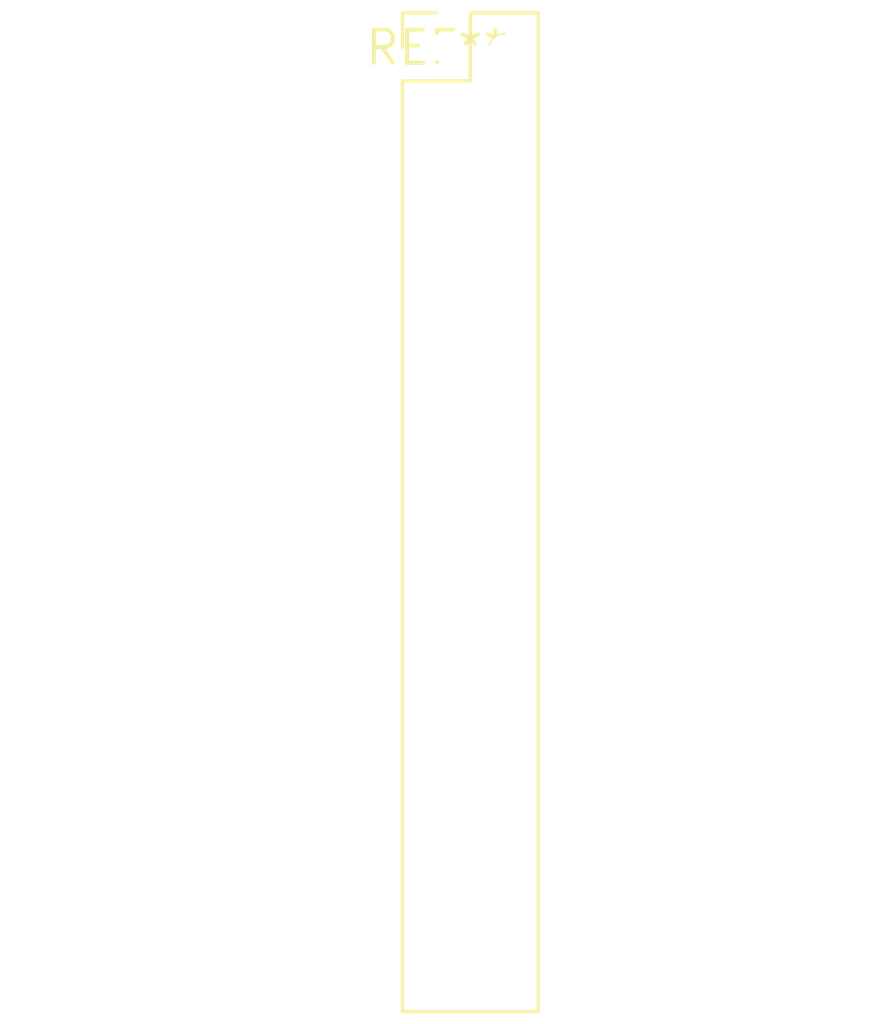
<source format=kicad_pcb>
(kicad_pcb (version 20240108) (generator pcbnew)
  (layers (0 "F.Cu" signal) (31 "B.Cu" signal) (34 "B.Paste" user) (35 "F.Paste" user) (36 "B.SilkS" user "B.Silkscreen") (37 "F.SilkS" user "F.Silkscreen") (38 "B.Mask" user) (39 "F.Mask" user) (44 "Edge.Cuts" user))
  (net 0 "")
  (footprint "PinHeader_2x15_P2.54mm_Vertical" (layer "F.Cu") (at 0 0)
    (property "Reference" "REF**")
    (property "Value" "PinHeader_2x15_P2.54mm_Vertical")
    (fp_line (start -1.33 -1.33) (end 0 -1.33) (layer "F.SilkS") (stroke (width 0.12)))
    (fp_line (start -1.33 0) (end -1.33 -1.33) (layer "F.SilkS") (stroke (width 0.12)))
    (fp_line (start -1.33 1.27) (end -1.33 36.89) (layer "F.SilkS") (stroke (width 0.12)))
    (fp_line (start -1.33 1.27) (end 1.27 1.27) (layer "F.SilkS") (stroke (width 0.12)))
    (fp_line (start -1.33 36.89) (end 3.87 36.89) (layer "F.SilkS") (stroke (width 0.12)))
    (fp_line (start 1.27 -1.33) (end 3.87 -1.33) (layer "F.SilkS") (stroke (width 0.12)))
    (fp_line (start 1.27 1.27) (end 1.27 -1.33) (layer "F.SilkS") (stroke (width 0.12)))
    (fp_line (start 3.87 -1.33) (end 3.87 36.89) (layer "F.SilkS") (stroke (width 0.12)))
    (pad "1" thru_hole rect (at 0 0) (size 1.7 1.7) (drill 1) (layers *.Cu *.Mask) (remove_unused_layers))
    (pad "2" thru_hole oval (at 2.54 0) (size 1.7 1.7) (drill 1) (layers *.Cu *.Mask) (remove_unused_layers))
    (pad "3" thru_hole oval (at 0 2.54) (size 1.7 1.7) (drill 1) (layers *.Cu *.Mask) (remove_unused_layers))
    (pad "4" thru_hole oval (at 2.54 2.54) (size 1.7 1.7) (drill 1) (layers *.Cu *.Mask) (remove_unused_layers))
    (pad "5" thru_hole oval (at 0 5.08) (size 1.7 1.7) (drill 1) (layers *.Cu *.Mask) (remove_unused_layers))
    (pad "6" thru_hole oval (at 2.54 5.08) (size 1.7 1.7) (drill 1) (layers *.Cu *.Mask) (remove_unused_layers))
    (pad "7" thru_hole oval (at 0 7.62) (size 1.7 1.7) (drill 1) (layers *.Cu *.Mask) (remove_unused_layers))
    (pad "8" thru_hole oval (at 2.54 7.62) (size 1.7 1.7) (drill 1) (layers *.Cu *.Mask) (remove_unused_layers))
    (pad "9" thru_hole oval (at 0 10.16) (size 1.7 1.7) (drill 1) (layers *.Cu *.Mask) (remove_unused_layers))
    (pad "10" thru_hole oval (at 2.54 10.16) (size 1.7 1.7) (drill 1) (layers *.Cu *.Mask) (remove_unused_layers))
    (pad "11" thru_hole oval (at 0 12.7) (size 1.7 1.7) (drill 1) (layers *.Cu *.Mask) (remove_unused_layers))
    (pad "12" thru_hole oval (at 2.54 12.7) (size 1.7 1.7) (drill 1) (layers *.Cu *.Mask) (remove_unused_layers))
    (pad "13" thru_hole oval (at 0 15.24) (size 1.7 1.7) (drill 1) (layers *.Cu *.Mask) (remove_unused_layers))
    (pad "14" thru_hole oval (at 2.54 15.24) (size 1.7 1.7) (drill 1) (layers *.Cu *.Mask) (remove_unused_layers))
    (pad "15" thru_hole oval (at 0 17.78) (size 1.7 1.7) (drill 1) (layers *.Cu *.Mask) (remove_unused_layers))
    (pad "16" thru_hole oval (at 2.54 17.78) (size 1.7 1.7) (drill 1) (layers *.Cu *.Mask) (remove_unused_layers))
    (pad "17" thru_hole oval (at 0 20.32) (size 1.7 1.7) (drill 1) (layers *.Cu *.Mask) (remove_unused_layers))
    (pad "18" thru_hole oval (at 2.54 20.32) (size 1.7 1.7) (drill 1) (layers *.Cu *.Mask) (remove_unused_layers))
    (pad "19" thru_hole oval (at 0 22.86) (size 1.7 1.7) (drill 1) (layers *.Cu *.Mask) (remove_unused_layers))
    (pad "20" thru_hole oval (at 2.54 22.86) (size 1.7 1.7) (drill 1) (layers *.Cu *.Mask) (remove_unused_layers))
    (pad "21" thru_hole oval (at 0 25.4) (size 1.7 1.7) (drill 1) (layers *.Cu *.Mask) (remove_unused_layers))
    (pad "22" thru_hole oval (at 2.54 25.4) (size 1.7 1.7) (drill 1) (layers *.Cu *.Mask) (remove_unused_layers))
    (pad "23" thru_hole oval (at 0 27.94) (size 1.7 1.7) (drill 1) (layers *.Cu *.Mask) (remove_unused_layers))
    (pad "24" thru_hole oval (at 2.54 27.94) (size 1.7 1.7) (drill 1) (layers *.Cu *.Mask) (remove_unused_layers))
    (pad "25" thru_hole oval (at 0 30.48) (size 1.7 1.7) (drill 1) (layers *.Cu *.Mask) (remove_unused_layers))
    (pad "26" thru_hole oval (at 2.54 30.48) (size 1.7 1.7) (drill 1) (layers *.Cu *.Mask) (remove_unused_layers))
    (pad "27" thru_hole oval (at 0 33.02) (size 1.7 1.7) (drill 1) (layers *.Cu *.Mask) (remove_unused_layers))
    (pad "28" thru_hole oval (at 2.54 33.02) (size 1.7 1.7) (drill 1) (layers *.Cu *.Mask) (remove_unused_layers))
    (pad "29" thru_hole oval (at 0 35.56) (size 1.7 1.7) (drill 1) (layers *.Cu *.Mask) (remove_unused_layers))
    (pad "30" thru_hole oval (at 2.54 35.56) (size 1.7 1.7) (drill 1) (layers *.Cu *.Mask) (remove_unused_layers))
  )
)
</source>
